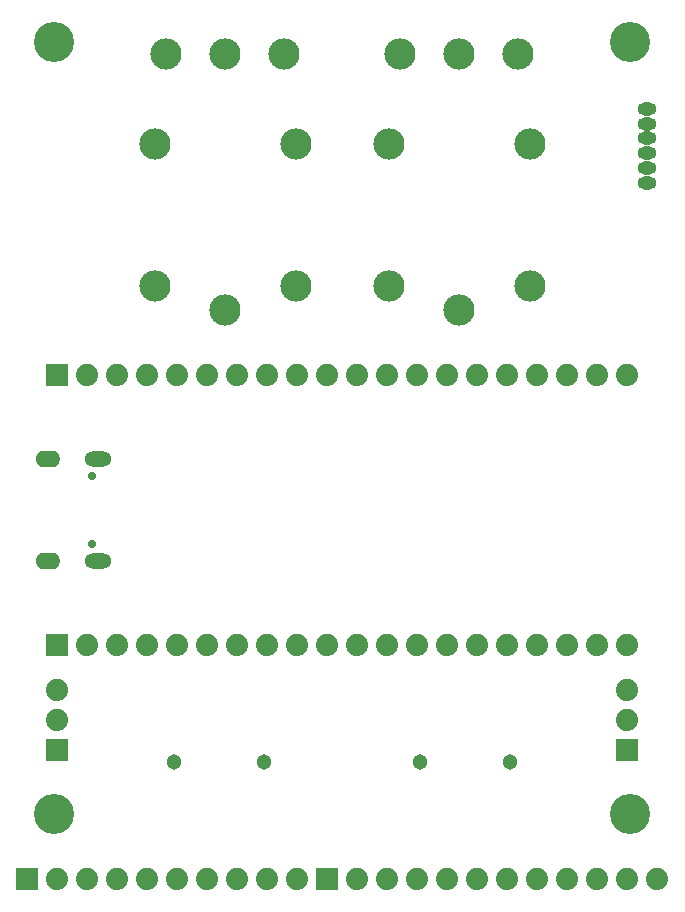
<source format=gbr>
G04 #@! TF.GenerationSoftware,KiCad,Pcbnew,5.1.0-rc2-unknown-036be7d~80~ubuntu16.04.1*
G04 #@! TF.CreationDate,2022-06-17T14:25:57+03:00*
G04 #@! TF.ProjectId,RT1010Py-DevKit_RevB,52543130-3130-4507-992d-4465764b6974,B*
G04 #@! TF.SameCoordinates,Original*
G04 #@! TF.FileFunction,Soldermask,Bot*
G04 #@! TF.FilePolarity,Negative*
%FSLAX46Y46*%
G04 Gerber Fmt 4.6, Leading zero omitted, Abs format (unit mm)*
G04 Created by KiCad (PCBNEW 5.1.0-rc2-unknown-036be7d~80~ubuntu16.04.1) date 2022-06-17 14:25:57*
%MOMM*%
%LPD*%
G04 APERTURE LIST*
%ADD10C,1.301600*%
%ADD11C,2.641600*%
%ADD12C,1.879600*%
%ADD13R,1.879600X1.879600*%
%ADD14O,1.601600X1.101600*%
%ADD15C,0.701600*%
%ADD16O,2.301600X1.301600*%
%ADD17O,2.101600X1.401600*%
%ADD18C,3.401600*%
G04 APERTURE END LIST*
D10*
X111252000Y-124587000D03*
X103632000Y-124587000D03*
X90424000Y-124587000D03*
X82804000Y-124587000D03*
D11*
X106934000Y-86278000D03*
X112934000Y-72278000D03*
X100934000Y-72278000D03*
X100934000Y-84278000D03*
X112934000Y-84278000D03*
X87122000Y-86278000D03*
X93122000Y-72278000D03*
X81122000Y-72278000D03*
X81122000Y-84278000D03*
X93122000Y-84278000D03*
X101934000Y-64643000D03*
X111934000Y-64643000D03*
X106934000Y-64643000D03*
X82122000Y-64643000D03*
X92122000Y-64643000D03*
X87122000Y-64643000D03*
D12*
X123698000Y-134493000D03*
X121158000Y-134493000D03*
X103378000Y-134493000D03*
X100838000Y-134493000D03*
X98298000Y-134493000D03*
D13*
X95758000Y-134493000D03*
D12*
X105918000Y-134493000D03*
X108458000Y-134493000D03*
X113538000Y-134493000D03*
X110998000Y-134493000D03*
X116078000Y-134493000D03*
X118618000Y-134493000D03*
X72898000Y-118491000D03*
X72898000Y-121031000D03*
D13*
X72898000Y-123571000D03*
D12*
X121158000Y-118491000D03*
X121158000Y-121031000D03*
D13*
X121158000Y-123571000D03*
D12*
X80518000Y-91821000D03*
X77978000Y-91821000D03*
X75438000Y-91821000D03*
D13*
X72898000Y-91821000D03*
D12*
X83058000Y-91821000D03*
X85598000Y-91821000D03*
X90678000Y-91821000D03*
X88138000Y-91821000D03*
X93218000Y-91821000D03*
X95758000Y-91821000D03*
X100838000Y-91821000D03*
X98298000Y-91821000D03*
X103378000Y-91821000D03*
X105918000Y-91821000D03*
X110998000Y-91821000D03*
X108458000Y-91821000D03*
X118618000Y-91821000D03*
X121158000Y-91821000D03*
X116078000Y-91821000D03*
X113538000Y-91821000D03*
X80518000Y-114681000D03*
X77978000Y-114681000D03*
X75438000Y-114681000D03*
D13*
X72898000Y-114681000D03*
D12*
X83058000Y-114681000D03*
X85598000Y-114681000D03*
X90678000Y-114681000D03*
X88138000Y-114681000D03*
X93218000Y-114681000D03*
X95758000Y-114681000D03*
X100838000Y-114681000D03*
X98298000Y-114681000D03*
X103378000Y-114681000D03*
X105918000Y-114681000D03*
X110998000Y-114681000D03*
X108458000Y-114681000D03*
X118618000Y-114681000D03*
X121158000Y-114681000D03*
X116078000Y-114681000D03*
X113538000Y-114681000D03*
D14*
X122809000Y-69275000D03*
X122809000Y-70525000D03*
X122809000Y-71775000D03*
X122809000Y-73025000D03*
X122809000Y-74275000D03*
X122809000Y-75525000D03*
D15*
X75809000Y-106141000D03*
D16*
X76309000Y-107571000D03*
D17*
X72129000Y-107571000D03*
X72129000Y-98931000D03*
D15*
X75809000Y-100361000D03*
D16*
X76309000Y-98931000D03*
D18*
X72600000Y-129000000D03*
X121400000Y-129000000D03*
X121400000Y-63600000D03*
X72600000Y-63600000D03*
D12*
X93218000Y-134493000D03*
X90678000Y-134493000D03*
X85598000Y-134493000D03*
X88138000Y-134493000D03*
X83058000Y-134493000D03*
X80518000Y-134493000D03*
D13*
X70358000Y-134493000D03*
D12*
X72898000Y-134493000D03*
X75438000Y-134493000D03*
X77978000Y-134493000D03*
M02*

</source>
